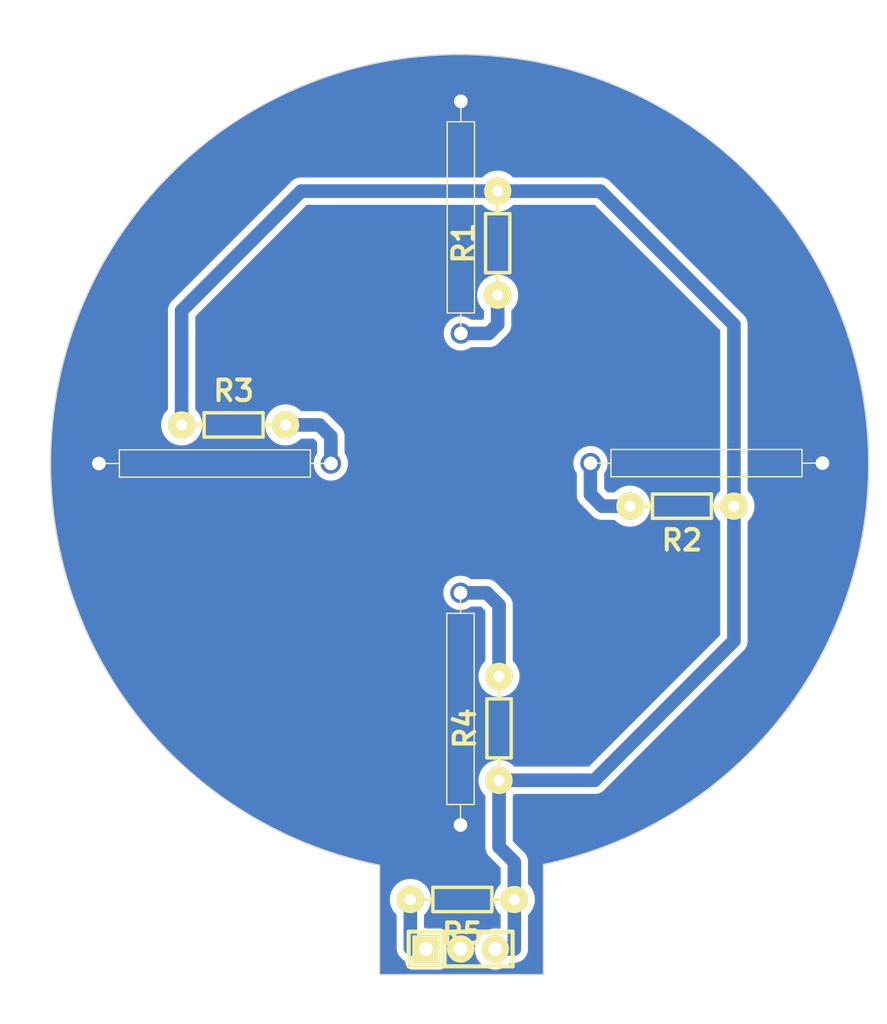
<source format=kicad_pcb>
(kicad_pcb (version 20221018) (generator pcbnew)
  (layers (0 "F.Cu" signal) (31 "B.Cu" signal) (34 "B.Paste" user) (35 "F.Paste" user) (36 "B.SilkS" user "B.Silkscreen") (37 "F.SilkS" user "F.Silkscreen") (38 "B.Mask" user) (39 "F.Mask" user) (44 "Edge.Cuts" user))
  (net 0 "")
  (net 1 "/VELETA")
  (net 2 "/GND")
  (net 3 "/+5v")
  (net 4 "Net-(R1-Pad1)")
  (net 5 "Net-(R2-Pad2)")
  (net 6 "Net-(R3-Pad2)")
  (net 7 "Net-(R4-Pad2)")
  (footprint "Button_Switch_SMD:SW_SPST_REED_CT10-XXXX-G1" (layer "F.Cu") (at 171.77 98.92)
    (fp_text reference "SW2" hide)
    (fp_text value "SW_Reed" hide)
    (fp_line (start -7 -1) (end 7 -1) (stroke (width 0.1)) (layer "F.SilkS"))
    (fp_line (start -7 0) (end -8.5 0) (stroke (width 0.1)) (layer "F.SilkS"))
    (fp_line (start -7 1) (end -7 -1) (stroke (width 0.1)) (layer "F.SilkS"))
    (fp_line (start 7 -1) (end 7 1) (stroke (width 0.1)) (layer "F.SilkS"))
    (fp_line (start 7 0) (end 8.5 0) (stroke (width 0.1)) (layer "F.SilkS"))
    (fp_line (start 7 1) (end -7 1) (stroke (width 0.1)) (layer "F.SilkS"))
    (pad "1" thru_hole circle (at -8.5 0) (size 1.5 1.5) (drill 1) (layers "*.Cu" "*.Mask") (net 5 "Net-(R2-Pad2)"))
    (pad "2" thru_hole circle (at 8.5 0) (size 1.5 1.5) (drill 1) (layers "*.Cu" "*.Mask") (net 2 "/GND"))
  )
  (footprint "Button_Switch_SMD:SW_SPST_REED_CT10-XXXX-G1" (layer "F.Cu") (at 135.745 98.945 180)
    (fp_text reference "SW3" hide)
    (fp_text value "SW_Reed" hide)
    (fp_line (start -7 -1) (end 7 -1) (stroke (width 0.1)) (layer "F.SilkS"))
    (fp_line (start -7 0) (end -8.5 0) (stroke (width 0.1)) (layer "F.SilkS"))
    (fp_line (start -7 1) (end -7 -1) (stroke (width 0.1)) (layer "F.SilkS"))
    (fp_line (start 7 -1) (end 7 1) (stroke (width 0.1)) (layer "F.SilkS"))
    (fp_line (start 7 0) (end 8.5 0) (stroke (width 0.1)) (layer "F.SilkS"))
    (fp_line (start 7 1) (end -7 1) (stroke (width 0.1)) (layer "F.SilkS"))
    (pad "1" thru_hole circle (at -8.5 0 180) (size 1.5 1.5) (drill 1) (layers "*.Cu" "*.Mask") (net 6 "Net-(R3-Pad2)"))
    (pad "2" thru_hole circle (at 8.5 0 180) (size 1.5 1.5) (drill 1) (layers "*.Cu" "*.Mask") (net 2 "/GND"))
  )
  (footprint "EESTN5:RES0.3" (layer "F.Cu") (at 137.12 96.12)
    (fp_text reference "R3" (at 0 -2.5) (layer "F.SilkS") (effects (font (size 1.5 1.5) (thickness 0.3))))
    (fp_text value "R 1K" hide)
    (fp_line (start -2.159 -0.889) (end -2.159 0.889) (stroke (width 0.254)) (layer "F.SilkS"))
    (fp_line (start -2.159 0) (end -3.81 0) (stroke (width 0.254)) (layer "F.SilkS"))
    (fp_line (start -2.159 0.889) (end 2.159 0.889) (stroke (width 0.254)) (layer "F.SilkS"))
    (fp_line (start 2.159 -0.889) (end -2.159 -0.889) (stroke (width 0.254)) (layer "F.SilkS"))
    (fp_line (start 2.159 0) (end 3.81 0) (stroke (width 0.254)) (layer "F.SilkS"))
    (fp_line (start 2.159 0.889) (end 2.159 -0.889) (stroke (width 0.254)) (layer "F.SilkS"))
    (pad "1" thru_hole circle (at -3.81 0) (size 1.99898 1.99898) (drill 0.8001) (layers "*.Cu" "*.Mask" "F.SilkS") (net 3 "/+5v"))
    (pad "2" thru_hole circle (at 3.81 0) (size 1.99898 1.99898) (drill 0.8001) (layers "*.Cu" "*.Mask" "F.SilkS") (net 6 "Net-(R3-Pad2)"))
  )
  (footprint "EESTN5:RES0.3" (layer "F.Cu") (at 156.57 118.345 90)
    (fp_text reference "R4" (at 0 -2.5 90) (layer "F.SilkS") (effects (font (size 1.5 1.5) (thickness 0.3))))
    (fp_text value "R 2,2K" hide)
    (fp_line (start -2.159 -0.889) (end -2.159 0.889) (stroke (width 0.254)) (layer "F.SilkS"))
    (fp_line (start -2.159 0) (end -3.81 0) (stroke (width 0.254)) (layer "F.SilkS"))
    (fp_line (start -2.159 0.889) (end 2.159 0.889) (stroke (width 0.254)) (layer "F.SilkS"))
    (fp_line (start 2.159 -0.889) (end -2.159 -0.889) (stroke (width 0.254)) (layer "F.SilkS"))
    (fp_line (start 2.159 0) (end 3.81 0) (stroke (width 0.254)) (layer "F.SilkS"))
    (fp_line (start 2.159 0.889) (end 2.159 -0.889) (stroke (width 0.254)) (layer "F.SilkS"))
    (pad "1" thru_hole circle (at -3.81 0 90) (size 1.99898 1.99898) (drill 0.8001) (layers "*.Cu" "*.Mask" "F.SilkS") (net 3 "/+5v"))
    (pad "2" thru_hole circle (at 3.81 0 90) (size 1.99898 1.99898) (drill 0.8001) (layers "*.Cu" "*.Mask" "F.SilkS") (net 7 "Net-(R4-Pad2)"))
  )
  (footprint "EESTN5:Pin_Strip_3" (layer "F.Cu") (at 153.755 134.5025)
    (fp_text reference "J1" hide)
    (fp_text value "CONN_01X03" hide)
    (fp_line (start -3.81 -1.27) (end -3.81 1.27) (stroke (width 0.3048)) (layer "F.SilkS"))
    (fp_line (start -3.81 -1.27) (end 3.81 -1.27) (stroke (width 0.3048)) (layer "F.SilkS"))
    (fp_line (start -1.27 -1.27) (end -1.27 1.27) (stroke (width 0.3048)) (layer "F.SilkS"))
    (fp_line (start 3.81 -1.27) (end 3.81 1.27) (stroke (width 0.3048)) (layer "F.SilkS"))
    (fp_line (start 3.81 1.27) (end -3.81 1.27) (stroke (width 0.3048)) (layer "F.SilkS"))
    (pad "1" thru_hole rect (at -2.54 0) (size 2 2) (drill 1) (layers "*.Cu" "*.Mask" "F.SilkS") (net 1 "/VELETA"))
    (pad "2" thru_hole oval (at 0 0) (size 2 2) (drill 1) (layers "*.Cu" "*.Mask" "F.SilkS") (net 2 "/GND"))
    (pad "3" thru_hole oval (at 2.54 0) (size 2 2) (drill 1) (layers "*.Cu" "*.Mask" "F.SilkS") (net 3 "/+5v"))
  )
  (footprint "Button_Switch_SMD:SW_SPST_REED_CT10-XXXX-G1" (layer "F.Cu") (at 153.745 116.92 -90)
    (fp_text reference "SW4" hide)
    (fp_text value "SW_Reed" hide)
    (fp_line (start -7 -1) (end 7 -1) (stroke (width 0.1)) (layer "F.SilkS"))
    (fp_line (start -7 0) (end -8.5 0) (stroke (width 0.1)) (layer "F.SilkS"))
    (fp_line (start -7 1) (end -7 -1) (stroke (width 0.1)) (layer "F.SilkS"))
    (fp_line (start 7 -1) (end 7 1) (stroke (width 0.1)) (layer "F.SilkS"))
    (fp_line (start 7 0) (end 8.5 0) (stroke (width 0.1)) (layer "F.SilkS"))
    (fp_line (start 7 1) (end -7 1) (stroke (width 0.1)) (layer "F.SilkS"))
    (pad "1" thru_hole circle (at -8.5 0 270) (size 1.5 1.5) (drill 1) (layers "*.Cu" "*.Mask") (net 7 "Net-(R4-Pad2)"))
    (pad "2" thru_hole circle (at 8.5 0 270) (size 1.5 1.5) (drill 1) (layers "*.Cu" "*.Mask") (net 2 "/GND"))
  )
  (footprint "EESTN5:RES0.3" (layer "F.Cu") (at 169.97 102.07 180)
    (fp_text reference "R2" (at 0 -2.5) (layer "F.SilkS") (effects (font (size 1.5 1.5) (thickness 0.3))))
    (fp_text value "R 8,2K" hide)
    (fp_line (start -2.159 -0.889) (end -2.159 0.889) (stroke (width 0.254)) (layer "F.SilkS"))
    (fp_line (start -2.159 0) (end -3.81 0) (stroke (width 0.254)) (layer "F.SilkS"))
    (fp_line (start -2.159 0.889) (end 2.159 0.889) (stroke (width 0.254)) (layer "F.SilkS"))
    (fp_line (start 2.159 -0.889) (end -2.159 -0.889) (stroke (width 0.254)) (layer "F.SilkS"))
    (fp_line (start 2.159 0) (end 3.81 0) (stroke (width 0.254)) (layer "F.SilkS"))
    (fp_line (start 2.159 0.889) (end 2.159 -0.889) (stroke (width 0.254)) (layer "F.SilkS"))
    (pad "1" thru_hole circle (at -3.81 0 180) (size 1.99898 1.99898) (drill 0.8001) (layers "*.Cu" "*.Mask" "F.SilkS") (net 3 "/+5v"))
    (pad "2" thru_hole circle (at 3.81 0 180) (size 1.99898 1.99898) (drill 0.8001) (layers "*.Cu" "*.Mask" "F.SilkS") (net 5 "Net-(R2-Pad2)"))
  )
  (footprint "Button_Switch_SMD:SW_SPST_REED_CT10-XXXX-G1" (layer "F.Cu") (at 155.77 82.92 90)
    (fp_text reference "SW1" hide)
    (fp_text value "SW_Reed" hide)
    (fp_line (start -5 -3) (end 9 -3) (stroke (width 0.1)) (layer "F.SilkS"))
    (fp_line (start -5 -2) (end -6.5 -2) (stroke (width 0.1)) (layer "F.SilkS"))
    (fp_line (start -5 -1) (end -5 -3) (stroke (width 0.1)) (layer "F.SilkS"))
    (fp_line (start 9 -3) (end 9 -1) (stroke (width 0.1)) (layer "F.SilkS"))
    (fp_line (start 9 -2) (end 10.5 -2) (stroke (width 0.1)) (layer "F.SilkS"))
    (fp_line (start 9 -1) (end -5 -1) (stroke (width 0.1)) (layer "F.SilkS"))
    (pad "1" thru_hole circle (at -6.5 -2 90) (size 1.5 1.5) (drill 1) (layers "*.Cu" "*.Mask") (net 4 "Net-(R1-Pad1)"))
    (pad "2" thru_hole circle (at 10.5 -2 90) (size 1.5 1.5) (drill 1) (layers "*.Cu" "*.Mask") (net 2 "/GND"))
  )
  (footprint "EESTN5:RES0.3" (layer "F.Cu") (at 153.88 130.8775 180)
    (fp_text reference "R5" (at 0 -2.5) (layer "F.SilkS") (effects (font (size 1.5 1.5) (thickness 0.3))))
    (fp_text value "R 10K" hide)
    (fp_line (start -2.159 -0.889) (end -2.159 0.889) (stroke (width 0.254)) (layer "F.SilkS"))
    (fp_line (start -2.159 0) (end -3.81 0) (stroke (width 0.254)) (layer "F.SilkS"))
    (fp_line (start -2.159 0.889) (end 2.159 0.889) (stroke (width 0.254)) (layer "F.SilkS"))
    (fp_line (start 2.159 -0.889) (end -2.159 -0.889) (stroke (width 0.254)) (layer "F.SilkS"))
    (fp_line (start 2.159 0) (end 3.81 0) (stroke (width 0.254)) (layer "F.SilkS"))
    (fp_line (start 2.159 0.889) (end 2.159 -0.889) (stroke (width 0.254)) (layer "F.SilkS"))
    (pad "1" thru_hole circle (at -3.81 0 180) (size 1.99898 1.99898) (drill 0.8001) (layers "*.Cu" "*.Mask" "F.SilkS") (net 3 "/+5v"))
    (pad "2" thru_hole circle (at 3.81 0 180) (size 1.99898 1.99898) (drill 0.8001) (layers "*.Cu" "*.Mask" "F.SilkS") (net 1 "/VELETA"))
  )
  (footprint "EESTN5:RES0.3" (layer "F.Cu") (at 156.47 82.81 90)
    (fp_text reference "R1" (at 0 -2.5 90) (layer "F.SilkS") (effects (font (size 1.5 1.5) (thickness 0.3))))
    (fp_text value "R 33K" hide)
    (fp_line (start -2.159 -0.889) (end -2.159 0.889) (stroke (width 0.254)) (layer "F.SilkS"))
    (fp_line (start -2.159 0) (end -3.81 0) (stroke (width 0.254)) (layer "F.SilkS"))
    (fp_line (start -2.159 0.889) (end 2.159 0.889) (stroke (width 0.254)) (layer "F.SilkS"))
    (fp_line (start 2.159 -0.889) (end -2.159 -0.889) (stroke (width 0.254)) (layer "F.SilkS"))
    (fp_line (start 2.159 0) (end 3.81 0) (stroke (width 0.254)) (layer "F.SilkS"))
    (fp_line (start 2.159 0.889) (end 2.159 -0.889) (stroke (width 0.254)) (layer "F.SilkS"))
    (pad "1" thru_hole circle (at -3.81 0 90) (size 1.99898 1.99898) (drill 0.8001) (layers "*.Cu" "*.Mask" "F.SilkS") (net 4 "Net-(R1-Pad1)"))
    (pad "2" thru_hole circle (at 3.81 0 90) (size 1.99898 1.99898) (drill 0.8001) (layers "*.Cu" "*.Mask" "F.SilkS") (net 3 "/+5v"))
  )
  (gr_line (start 159.82 128.37) (end 159.82 136.37) (stroke (width 0.1)) (layer "Edge.Cuts"))
  (gr_line (start 159.82 136.37) (end 147.82 136.37) (stroke (width 0.1)) (layer "Edge.Cuts"))
  (gr_arc (start 147.82 128.369999) (mid 153.542955 68.991995) (end 159.808554 128.315193) (stroke (width 0.1)) (layer "Edge.Cuts"))
  (gr_line (start 147.82 136.37) (end 147.82 128.37) (stroke (width 0.1)) (layer "Edge.Cuts"))
  (segment (start 150.07 134.4175) (end 150.155 134.5025) (width 1) (layer "B.Cu") (net 1))
  (segment (start 150.155 134.5025) (end 151.215 134.5025) (width 1) (layer "B.Cu") (net 1))
  (segment (start 150.07 130.8775) (end 150.07 134.4175) (width 1) (layer "B.Cu") (net 1))
  (segment (start 156.58 122.145) (end 156.57 122.155) (width 1) (layer "B.Cu") (net 3))
  (segment (start 173.78 102.07) (end 173.78 88.78) (width 1) (layer "B.Cu") (net 3))
  (segment (start 173.78 88.78) (end 164 79) (width 1) (layer "B.Cu") (net 3))
  (segment (start 157.69 130.8775) (end 157.69 128.14) (width 1) (layer "B.Cu") (net 3))
  (segment (start 157.69 128.14) (end 156.57 127.02) (width 1) (layer "B.Cu") (net 3))
  (segment (start 156.295 134.5025) (end 157.69 134.5025) (width 1) (layer "B.Cu") (net 3))
  (segment (start 156.57 127.02) (end 156.57 122.155) (width 1) (layer "B.Cu") (net 3))
  (segment (start 163.57 122.145) (end 156.58 122.145) (width 1) (layer "B.Cu") (net 3))
  (segment (start 156.47 79) (end 142.065 79) (width 1) (layer "B.Cu") (net 3))
  (segment (start 133.31 87.755) (end 133.31 96.12) (width 1) (layer "B.Cu") (net 3))
  (segment (start 164 79) (end 156.47 79) (width 1) (layer "B.Cu") (net 3))
  (segment (start 157.69 134.5025) (end 157.69 130.8775) (width 1) (layer "B.Cu") (net 3))
  (segment (start 142.065 79) (end 133.31 87.755) (width 1) (layer "B.Cu") (net 3))
  (segment (start 173.78 102.07) (end 173.78 111.935) (width 1) (layer "B.Cu") (net 3))
  (segment (start 173.78 111.935) (end 163.57 122.145) (width 1) (layer "B.Cu") (net 3))
  (segment (start 153.77 89.42) (end 155.82 89.42) (width 1) (layer "B.Cu") (net 4))
  (segment (start 156.47 88.77) (end 156.47 86.62) (width 1) (layer "B.Cu") (net 4))
  (segment (start 155.82 89.42) (end 156.47 88.77) (width 1) (layer "B.Cu") (net 4))
  (segment (start 163.27 101.22) (end 164.12 102.07) (width 1) (layer "B.Cu") (net 5))
  (segment (start 164.12 102.07) (end 166.16 102.07) (width 1) (layer "B.Cu") (net 5))
  (segment (start 163.27 98.92) (end 163.27 101.22) (width 1) (layer "B.Cu") (net 5))
  (segment (start 143.395 96.12) (end 144.245 96.97) (width 1) (layer "B.Cu") (net 6))
  (segment (start 144.245 96.97) (end 144.245 98.945) (width 1) (layer "B.Cu") (net 6))
  (segment (start 140.93 96.12) (end 143.395 96.12) (width 1) (layer "B.Cu") (net 6))
  (segment (start 156.57 114.535) (end 156.57 109.32) (width 1) (layer "B.Cu") (net 7))
  (segment (start 155.67 108.42) (end 153.745 108.42) (width 1) (layer "B.Cu") (net 7))
  (segment (start 156.57 109.32) (end 155.67 108.42) (width 1) (layer "B.Cu") (net 7))
  (zone (net 2) (net_name "/GND") (layer "B.Cu") (connect_pads yes (clearance 0.5)) (min_thickness 0.25) (fill yes (thermal_gap 0.5) (thermal_bridge_width 0.5))
    (polygon (pts (xy 120 65) (xy 185 65) (xy 185 140) (xy 120 140)))
  )
)
</source>
